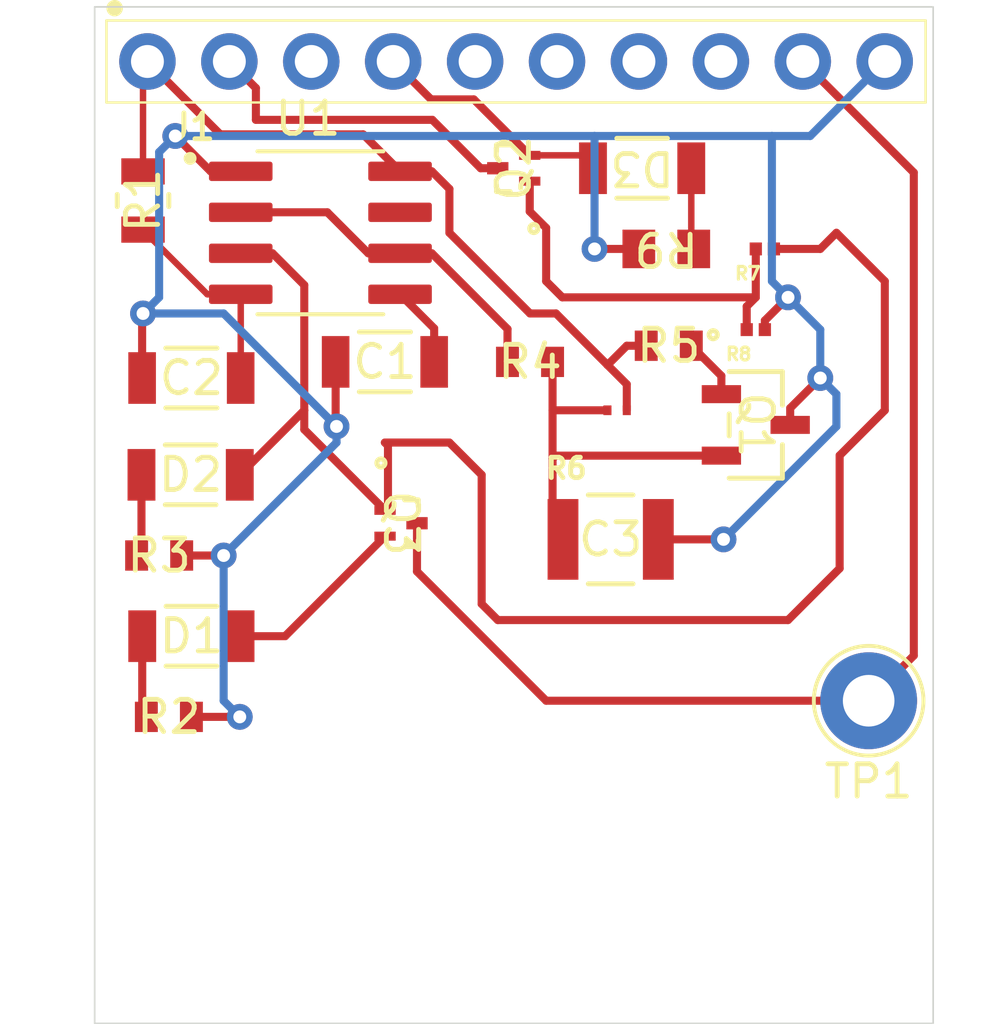
<source format=kicad_pcb>
(kicad_pcb (version 20240108) (generator "pcbnew") (generator_version "8.0")
  (layers (0 "F.Cu" signal) (31 "B.Cu" signal) (34 "B.Paste" user) (35 "F.Paste" user) (36 "B.SilkS" user "B.Silkscreen") (37 "F.SilkS" user "F.Silkscreen") (38 "B.Mask" user) (39 "F.Mask" user) (44 "Edge.Cuts" user))
  (net 0 "")
  (net 1 "Net-(Q1-C)")
  (net 2 "Net-(U1-CV)")
  (net 3 "Net-(U1-R)")
  (net 4 "Net-(D1-A)")
  (net 5 "Net-(D1-K)")
  (net 6 "Net-(D2-K)")
  (net 7 "Net-(D2-A)")
  (net 8 "Net-(D3-A)")
  (net 9 "Net-(D3-K)")
  (net 11 "Net-(Q2-D)")
  (net 14 "Net-(J1-Pad9)")
  (net 15 "Net-(U1-VCC)")
  (net 18 "Net-(Q1-E)")
  (net 19 "Net-(Q1-B)")
  (net 20 "Net-(Q2-G)")
  (net 21 "Net-(U1-THR)")
  (footprint "Yellow RTDS LED:LED_AP3216SYD_KNB" (layer "F.Cu") (at 78.476 34.5 180)
    (property "Reference" "D3" (at 0 0 180) (layer "F.SilkS"))
    (property "Value" "LED (Test)")
    (fp_line (start 0.78465 -0.9271) (end -0.78465 -0.9271) (stroke (width 0.1524)) (layer "F.SilkS"))
    (fp_line (start -0.78465 0.9271) (end 0.78465 0.9271) (stroke (width 0.1524)) (layer "F.SilkS"))
    (pad "1" smd rect (at -1.524 0 180) (size 0.8636 1.6002) (layers "F.Cu" "F.Paste" "F.Mask") (net 9 "Net-(D3-K)"))
    (pad "2" smd rect (at 1.524 0 180) (size 0.8636 1.6002) (layers "F.Cu" "F.Paste" "F.Mask") (net 8 "Net-(D3-A)"))
  )
  (footprint "Yellow RTDS LED:LED_AP3216SYD_KNB" (layer "F.Cu") (at 64.5 49)
    (property "Reference" "D1" (at 0 0 0) (layer "F.SilkS"))
    (property "Value" "it works")
    (fp_line (start -0.78465 0.9271) (end 0.78465 0.9271) (stroke (width 0.1524)) (layer "F.SilkS"))
    (fp_line (start 0.78465 -0.9271) (end -0.78465 -0.9271) (stroke (width 0.1524)) (layer "F.SilkS"))
    (pad "1" smd rect (at -1.524 0) (size 0.8636 1.6002) (layers "F.Cu" "F.Paste" "F.Mask") (net 5 "Net-(D1-K)"))
    (pad "2" smd rect (at 1.524 0) (size 0.8636 1.6002) (layers "F.Cu" "F.Paste" "F.Mask") (net 4 "Net-(D1-A)"))
  )
  (footprint "P-MOSFET:VESM_TOS" (layer "F.Cu") (at 71 45.5 -90)
    (property "Reference" "Q3" (at 0 0 -90) (layer "F.SilkS"))
    (property "Value" "SSM3J56MFV_L3F")
    (fp_line (start 0.7239 -0.112037) (end 0.7239 -0.5334) (stroke (width 0.1524)) (layer "F.SilkS"))
    (fp_line (start -0.7239 -0.5334) (end -0.7239 -0.112037) (stroke (width 0.1524)) (layer "F.SilkS"))
    (fp_line (start -0.52324 -0.5334) (end -0.7239 -0.5334) (stroke (width 0.1524)) (layer "F.SilkS"))
    (fp_line (start 0.7239 -0.5334) (end 0.52324 -0.5334) (stroke (width 0.1524)) (layer "F.SilkS"))
    (fp_circle (center -1.8669 0.6223) (end -1.7399 0.6223) (stroke (width 0.1524)) (fill none) (layer "F.SilkS"))
    (pad "1" smd rect (at -0.40005 0.4953 270) (size 0.2794 0.6604) (layers "F.Cu" "F.Paste" "F.Mask") (net 7 "Net-(D2-A)"))
    (pad "2" smd rect (at 0.40005 0.4953 270) (size 0.2794 0.6604) (layers "F.Cu" "F.Paste" "F.Mask") (net 4 "Net-(D1-A)"))
    (pad "3" smd rect (at 0 -0.4953 270) (size 0.381 0.6604) (layers "F.Cu" "F.Paste" "F.Mask") (net 14 "Net-(J1-Pad9)"))
  )
  (footprint "1k Resistor:STA_RMCF0603_STP" (layer "F.Cu") (at 75 40.5)
    (property "Reference" "R4" (at 0 0 0) (layer "F.SilkS"))
    (property "Value" "1k")
    (pad "1" smd rect (at -0.6985 0) (size 0.7112 0.9398) (layers "F.Cu" "F.Paste" "F.Mask") (net 21 "Net-(U1-THR)"))
    (pad "2" smd rect (at 0.6985 0) (size 0.7112 0.9398) (layers "F.Cu" "F.Paste" "F.Mask") (net 18 "Net-(Q1-E)"))
  )
  (footprint "57.6 RTDS Resistor:RES_ERJ1GNF5762C" (layer "F.Cu") (at 77.7 42 180)
    (property "Reference" "R6" (at 1.575 -1.8 0) (layer "F.SilkS") (effects (font (size 0.629921 0.629921))))
    (property "Value" "57.6k")
    (pad "1" smd rect (at -0.3 0 180) (size 0.25 0.3) (layers "F.Cu" "F.Paste" "F.Mask") (net 15 "Net-(U1-VCC)"))
    (pad "2" smd rect (at 0.3 0 180) (size 0.25 0.3) (layers "F.Cu" "F.Paste" "F.Mask") (net 18 "Net-(Q1-E)"))
  )
  (footprint "TestPoint:TestPoint_Loop_D2.60mm_Drill1.6mm_Beaded" (layer "F.Cu") (at 85.5 51)
    (property "Reference" "TP1" (at 0 2.5 0) (layer "F.SilkS"))
    (property "Value" "TestPoint")
    (fp_circle (center 0 0) (end 1.7 0) (stroke (width 0.12)) (fill none) (layer "F.SilkS"))
    (pad "1" thru_hole circle (at 0 0) (size 3 3) (drill 1.6) (layers "*.Cu" "*.Mask") (net 14 "Net-(J1-Pad9)"))
  )
  (footprint "Transistor:SOT-23_MCC" (layer "F.Cu") (at 82 42.4525 -90)
    (property "Reference" "Q1" (at 0 0 -90) (layer "F.SilkS"))
    (property "Value" "SS8550")
    (fp_line (start -0.34036 0.8255) (end 0.34036 0.8255) (stroke (width 0.1524)) (layer "F.SilkS"))
    (fp_line (start 1.651 0.8255) (end 1.651 -0.8255) (stroke (width 0.1524)) (layer "F.SilkS"))
    (fp_line (start -1.651 -0.8255) (end -1.651 0.8255) (stroke (width 0.1524)) (layer "F.SilkS"))
    (fp_line (start -0.61214 -0.8255) (end -1.651 -0.8255) (stroke (width 0.1524)) (layer "F.SilkS"))
    (fp_line (start 1.651 -0.8255) (end 0.61214 -0.8255) (stroke (width 0.1524)) (layer "F.SilkS"))
    (fp_circle (center -2.794 1.3208) (end -2.667 1.3208) (stroke (width 0.1524)) (fill none) (layer "F.SilkS"))
    (pad "1" smd rect (at -0.9525 1.0668 270) (size 0.5588 1.2192) (layers "F.Cu" "F.Paste" "F.Mask") (net 19 "Net-(Q1-B)"))
    (pad "2" smd rect (at 0.9525 1.0668 270) (size 0.5588 1.2192) (layers "F.Cu" "F.Paste" "F.Mask") (net 18 "Net-(Q1-E)"))
    (pad "3" smd rect (at 0 -1.0668 270) (size 0.5588 1.2192) (layers "F.Cu" "F.Paste" "F.Mask") (net 1 "Net-(Q1-C)"))
  )
  (footprint "1k Resistor:STA_RMCF0603_STP" (layer "F.Cu") (at 63.5 46.5)
    (property "Reference" "R3" (at 0 0 0) (layer "F.SilkS"))
    (property "Value" "1k")
    (pad "1" smd rect (at -0.6985 0) (size 0.7112 0.9398) (layers "F.Cu" "F.Paste" "F.Mask") (net 6 "Net-(D2-K)"))
    (pad "2" smd rect (at 0.6985 0) (size 0.7112 0.9398) (layers "F.Cu" "F.Paste" "F.Mask") (net 1 "Net-(Q1-C)"))
  )
  (footprint "Capacitor 47u:CAP_CL32_SAM" (layer "F.Cu") (at 77.5 46)
    (property "Reference" "C3" (at 0 0 0) (layer "F.SilkS"))
    (property "Value" "47u")
    (fp_line (start -0.692451 1.377) (end 0.692451 1.377) (stroke (width 0.1524)) (layer "F.SilkS"))
    (fp_line (start 0.692451 -1.377) (end -0.692451 -1.377) (stroke (width 0.1524)) (layer "F.SilkS"))
    (pad "1" smd rect (at -1.477801 0) (size 0.9556 2.5) (layers "F.Cu" "F.Paste" "F.Mask") (net 18 "Net-(Q1-E)"))
    (pad "2" smd rect (at 1.477801 0) (size 0.9556 2.5) (layers "F.Cu" "F.Paste" "F.Mask") (net 1 "Net-(Q1-C)"))
  )
  (footprint "Yellow RTDS LED:LED_AP3216SYD_KNB" (layer "F.Cu") (at 64.476 44)
    (property "Reference" "D2" (at 0 0 0) (layer "F.SilkS"))
    (property "Value" "3 second timer")
    (fp_line (start -0.78465 0.9271) (end 0.78465 0.9271) (stroke (width 0.1524)) (layer "F.SilkS"))
    (fp_line (start 0.78465 -0.9271) (end -0.78465 -0.9271) (stroke (width 0.1524)) (layer "F.SilkS"))
    (pad "1" smd rect (at -1.524 0) (size 0.8636 1.6002) (layers "F.Cu" "F.Paste" "F.Mask") (net 6 "Net-(D2-K)"))
    (pad "2" smd rect (at 1.524 0) (size 0.8636 1.6002) (layers "F.Cu" "F.Paste" "F.Mask") (net 7 "Net-(D2-A)"))
  )
  (footprint "P-MOSFET:VESM_TOS" (layer "F.Cu") (at 74.4953 34.5 90)
    (property "Reference" "Q2" (at 0 0 90) (layer "F.SilkS"))
    (property "Value" "AON6411")
    (fp_line (start 0.7239 -0.5334) (end 0.52324 -0.5334) (stroke (width 0.1524)) (layer "F.SilkS"))
    (fp_line (start -0.52324 -0.5334) (end -0.7239 -0.5334) (stroke (width 0.1524)) (layer "F.SilkS"))
    (fp_line (start -0.7239 -0.5334) (end -0.7239 -0.112037) (stroke (width 0.1524)) (layer "F.SilkS"))
    (fp_line (start 0.7239 -0.112037) (end 0.7239 -0.5334) (stroke (width 0.1524)) (layer "F.SilkS"))
    (fp_circle (center -1.8669 0.6223) (end -1.7399 0.6223) (stroke (width 0.1524)) (fill none) (layer "F.SilkS"))
    (pad "1" smd rect (at -0.40005 0.4953 90) (size 0.2794 0.6604) (layers "F.Cu" "F.Paste" "F.Mask") (net 20 "Net-(Q2-G)"))
    (pad "2" smd rect (at 0.40005 0.4953 90) (size 0.2794 0.6604) (layers "F.Cu" "F.Paste" "F.Mask") (net 8 "Net-(D3-A)"))
    (pad "3" smd rect (at 0 -0.4953 90) (size 0.381 0.6604) (layers "F.Cu" "F.Paste" "F.Mask") (net 11 "Net-(Q2-D)"))
  )
  (footprint "150 Ohm resistor:RC0805N_YAG" (layer "F.Cu") (at 79.225 37 180)
    (property "Reference" "R9" (at 0 0 180) (layer "F.SilkS"))
    (property "Value" "150R")
    (pad "1" smd rect (at -0.8509 0 180) (size 1.016 1.1938) (layers "F.Cu" "F.Paste" "F.Mask") (net 9 "Net-(D3-K)"))
    (pad "2" smd rect (at 0.8509 0 180) (size 1.016 1.1938) (layers "F.Cu" "F.Paste" "F.Mask") (net 1 "Net-(Q1-C)"))
  )
  (footprint "10K RTDS Resistor:RESC0603X26N" (layer "F.Cu") (at 82 39.5 180)
    (property "Reference" "R8" (at 0.53 -0.76 0) (layer "F.SilkS") (effects (font (size 0.393701 0.393701))))
    (property "Value" "10k")
    (pad "1" smd rect (at -0.281 0 180) (size 0.38 0.4) (layers "F.Cu" "F.Paste" "F.Mask") (net 1 "Net-(Q1-C)"))
    (pad "2" smd rect (at 0.281 0 180) (size 0.38 0.4) (layers "F.Cu" "F.Paste" "F.Mask") (net 20 "Net-(Q2-G)"))
  )
  (footprint "Capacitor 0.1u:CAP_CL31_SAM" (layer "F.Cu") (at 70.5 40.5)
    (property "Reference" "C1" (at 0 0 0) (layer "F.SilkS"))
    (property "Value" "0.1u")
    (fp_line (start -0.792451 0.927) (end 0.792451 0.927) (stroke (width 0.1524)) (layer "F.SilkS"))
    (fp_line (start 0.792451 -0.927) (end -0.792451 -0.927) (stroke (width 0.1524)) (layer "F.SilkS"))
    (pad "1" smd rect (at -1.527801 0) (size 0.8556 1.6) (layers "F.Cu" "F.Paste" "F.Mask") (net 1 "Net-(Q1-C)"))
    (pad "2" smd rect (at 1.527801 0) (size 0.8556 1.6) (layers "F.Cu" "F.Paste" "F.Mask") (net 2 "Net-(U1-CV)"))
  )
  (footprint "Capacitor 0.1u:CAP_CL31_SAM" (layer "F.Cu") (at 64.5 41)
    (property "Reference" "C2" (at 0 0 0) (layer "F.SilkS"))
    (property "Value" "0.1u")
    (fp_line (start -0.792451 0.927) (end 0.792451 0.927) (stroke (width 0.1524)) (layer "F.SilkS"))
    (fp_line (start 0.792451 -0.927) (end -0.792451 -0.927) (stroke (width 0.1524)) (layer "F.SilkS"))
    (pad "1" smd rect (at -1.527801 0) (size 0.8556 1.6) (layers "F.Cu" "F.Paste" "F.Mask") (net 1 "Net-(Q1-C)"))
    (pad "2" smd rect (at 1.527801 0) (size 0.8556 1.6) (layers "F.Cu" "F.Paste" "F.Mask") (net 3 "Net-(U1-R)"))
  )
  (footprint "1k Resistor:STA_RMCF0603_STP" (layer "F.Cu") (at 79.3015 40)
    (property "Reference" "R5" (at 0 0 0) (layer "F.SilkS"))
    (property "Value" "1k")
    (pad "1" smd rect (at -0.6985 0) (size 0.7112 0.9398) (layers "F.Cu" "F.Paste" "F.Mask") (net 15 "Net-(U1-VCC)"))
    (pad "2" smd rect (at 0.6985 0) (size 0.7112 0.9398) (layers "F.Cu" "F.Paste" "F.Mask") (net 19 "Net-(Q1-B)"))
  )
  (footprint "10K RTDS Resistor:RESC0603X26N" (layer "F.Cu") (at 82.281 37 180)
    (property "Reference" "R7" (at 0.53 -0.76 0) (layer "F.SilkS") (effects (font (size 0.393701 0.393701))))
    (property "Value" "10k")
    (pad "1" smd rect (at -0.281 0 180) (size 0.38 0.4) (layers "F.Cu" "F.Paste" "F.Mask") (net 7 "Net-(D2-A)"))
    (pad "2" smd rect (at 0.281 0 180) (size 0.38 0.4) (layers "F.Cu" "F.Paste" "F.Mask") (net 20 "Net-(Q2-G)"))
  )
  (footprint "1k Resistor:STA_RMCF0603_STP" (layer "F.Cu") (at 63.8015 51.5)
    (property "Reference" "R2" (at 0 0 0) (layer "F.SilkS"))
    (property "Value" "1k")
    (pad "1" smd rect (at -0.6985 0) (size 0.7112 0.9398) (layers "F.Cu" "F.Paste" "F.Mask") (net 5 "Net-(D1-K)"))
    (pad "2" smd rect (at 0.6985 0) (size 0.7112 0.9398) (layers "F.Cu" "F.Paste" "F.Mask") (net 1 "Net-(Q1-C)"))
  )
  (footprint "555 Timer:SOIC127P599X175-8N" (layer "F.Cu") (at 68.5 36.5)
    (property "Reference" "U1" (at -0.385 -3.537 0) (layer "F.SilkS"))
    (property "Value" "NE555D")
    (fp_line (start -1.95 -2.525) (end 1.95 -2.525) (stroke (width 0.127)) (layer "F.SilkS"))
    (fp_line (start -1.95 2.525) (end 1.95 2.525) (stroke (width 0.127)) (layer "F.SilkS"))
    (fp_circle (center -4.04 -2.305) (end -3.94 -2.305) (stroke (width 0.2)) (fill none) (layer "F.SilkS"))
    (pad "1" smd roundrect (at -2.47 -1.905) (size 1.97 0.6) (layers "F.Cu" "F.Paste" "F.Mask") (roundrect_rratio 0.125) (net 1 "Net-(Q1-C)"))
    (pad "2" smd roundrect (at -2.47 -0.635) (size 1.97 0.6) (layers "F.Cu" "F.Paste" "F.Mask") (roundrect_rratio 0.125) (net 21 "Net-(U1-THR)"))
    (pad "3" smd roundrect (at -2.47 0.635) (size 1.97 0.6) (layers "F.Cu" "F.Paste" "F.Mask") (roundrect_rratio 0.125) (net 7 "Net-(D2-A)"))
    (pad "4" smd roundrect (at -2.47 1.905) (size 1.97 0.6) (layers "F.Cu" "F.Paste" "F.Mask") (roundrect_rratio 0.125) (net 3 "Net-(U1-R)"))
    (pad "5" smd roundrect (at 2.47 1.905) (size 1.97 0.6) (layers "F.Cu" "F.Paste" "F.Mask") (roundrect_rratio 0.125) (net 2 "Net-(U1-CV)"))
    (pad "6" smd roundrect (at 2.47 0.635) (size 1.97 0.6) (layers "F.Cu" "F.Paste" "F.Mask") (roundrect_rratio 0.125) (net 21 "Net-(U1-THR)"))
    (pad "7" smd roundrect (at 2.47 -0.635) (size 1.97 0.6) (layers "F.Cu" "F.Paste" "F.Mask") (roundrect_rratio 0.125))
    (pad "8" smd roundrect (at 2.47 -1.905) (size 1.97 0.6) (layers "F.Cu" "F.Paste" "F.Mask") (roundrect_rratio 0.125) (net 15 "Net-(U1-VCC)"))
  )
  (footprint "22k resistor:STA_RMCF0805_STP" (layer "F.Cu") (at 63 35.5 90)
    (property "Reference" "R1" (at 0 0 90) (layer "F.SilkS"))
    (property "Value" "22k")
    (fp_line (start 0.18775 -0.8001) (end -0.18775 -0.8001) (stroke (width 0.1524)) (layer "F.SilkS"))
    (fp_line (start -0.18775 0.8001) (end 0.18775 0.8001) (stroke (width 0.1524)) (layer "F.SilkS"))
    (pad "1" smd rect (at -0.9017 0 90) (size 0.8128 1.3462) (layers "F.Cu" "F.Paste" "F.Mask") (net 3 "Net-(U1-R)"))
    (pad "2" smd rect (at 0.9017 0 90) (size 0.8128 1.3462) (layers "F.Cu" "F.Paste" "F.Mask") (net 15 "Net-(U1-VCC)"))
  )
  (footprint "10 pin output:1X10-2.54MM-THT" (layer "F.Cu") (at 63.137 31.1916)
    (property "Reference" "J1" (at 1.397 2.032 0) (layer "F.SilkS") (effects (font (size 0.8 0.8))))
    (property "Value" "PH1-10-UA")
    (fp_line (start -1.27 -1.27) (end -1.27 1.27) (stroke (width 0.0762)) (layer "F.SilkS"))
    (fp_line (start -1.27 -1.27) (end 24.13 -1.27) (stroke (width 0.0762)) (layer "F.SilkS"))
    (fp_line (start 24.13 -1.27) (end 24.13 1.27) (stroke (width 0.0762)) (layer "F.SilkS"))
    (fp_line (start 24.13 1.27) (end -1.27 1.27) (stroke (width 0.0762)) (layer "F.SilkS"))
    (fp_circle (center -1.016 -1.651) (end -0.762 -1.651) (fill solid) (layer "F.SilkS"))
    (pad "1" thru_hole circle (at 0 0) (size 1.75 1.75) (drill 1.02) (layers "*.Cu" "*.Mask") (net 15 "Net-(U1-VCC)"))
    (pad "2" thru_hole circle (at 2.54 0) (size 1.75 1.75) (drill 1.02) (layers "*.Cu" "*.Mask") (net 11 "Net-(Q2-D)"))
    (pad "3" thru_hole circle (at 5.08 0) (size 1.75 1.75) (drill 1.02) (layers "*.Cu" "*.Mask"))
    (pad "4" thru_hole circle (at 7.62 0) (size 1.75 1.75) (drill 1.02) (layers "*.Cu" "*.Mask") (net 8 "Net-(D3-A)"))
    (pad "5" thru_hole circle (at 10.16 0) (size 1.75 1.75) (drill 1.02) (layers "*.Cu" "*.Mask"))
    (pad "6" thru_hole circle (at 12.7 0) (size 1.75 1.75) (drill 1.02) (layers "*.Cu" "*.Mask"))
    (pad "7" thru_hole circle (at 15.24 0) (size 1.75 1.75) (drill 1.02) (layers "*.Cu" "*.Mask"))
    (pad "8" thru_hole circle (at 17.78 0) (size 1.75 1.75) (drill 1.02) (layers "*.Cu" "*.Mask"))
    (pad "9" thru_hole circle (at 20.32 0) (size 1.75 1.75) (drill 1.02) (layers "*.Cu" "*.Mask") (net 14 "Net-(J1-Pad9)"))
    (pad "10" thru_hole circle (at 22.86 0) (size 1.75 1.75) (drill 1.02) (layers "*.Cu" "*.Mask") (net 1 "Net-(Q1-C)"))
  )
  (gr_rect (start 61.5 29.5) (end 87.5 61) (stroke (width 0.05)) (fill none) (layer "Edge.Cuts"))
  (segment (start 78.5 37) (end 77 37) (width 0.25) (layer "F.Cu") (net 1))
  (segment (start 66.03 34.595) (end 65.095 34.595) (width 0.25) (layer "F.Cu") (net 1))
  (segment (start 68.972199 42.472199) (end 69 42.5) (width 0.25) (layer "F.Cu") (net 1))
  (segment (start 83.0668 41.9332) (end 84 41) (width 0.25) (layer "F.Cu") (net 1))
  (segment (start 68.972199 40.5) (end 68.972199 42.472199) (width 0.25) (layer "F.Cu") (net 1))
  (segment (start 82.281 39.219) (end 83 38.5) (width 0.25) (layer "F.Cu") (net 1))
  (segment (start 83.0668 42.4525) (end 83.0668 41.9332) (width 0.25) (layer "F.Cu") (net 1))
  (segment (start 78.977801 46) (end 81 46) (width 0.25) (layer "F.Cu") (net 1))
  (segment (start 64.5 51.5) (end 66 51.5) (width 0.25) (layer "F.Cu") (net 1))
  (segment (start 64.1985 46.5) (end 65.5 46.5) (width 0.25) (layer "F.Cu") (net 1))
  (segment (start 65.095 34.595) (end 64 33.5) (width 0.25) (layer "F.Cu") (net 1))
  (segment (start 62.972199 39.027801) (end 63 39) (width 0.25) (layer "F.Cu") (net 1))
  (segment (start 82.281 39.5) (end 82.281 39.219) (width 0.25) (layer "F.Cu") (net 1))
  (segment (start 62.972199 41) (end 62.972199 39.027801) (width 0.25) (layer "F.Cu") (net 1))
  (via (at 84 41) (size 0.8) (drill 0.4) (layers "F.Cu" "B.Cu") (net 1))
  (via (at 65.5 46.5) (size 0.8) (drill 0.4) (layers "F.Cu" "B.Cu") (net 1))
  (via (at 66 51.5) (size 0.8) (drill 0.4) (layers "F.Cu" "B.Cu") (net 1))
  (via (at 63 39) (size 0.8) (drill 0.4) (layers "F.Cu" "B.Cu") (net 1))
  (via (at 77 37) (size 0.8) (drill 0.4) (layers "F.Cu" "B.Cu") (net 1))
  (via (at 64 33.5) (size 0.8) (drill 0.4) (layers "F.Cu" "B.Cu") (net 1))
  (via (at 69 42.5) (size 0.8) (drill 0.4) (layers "F.Cu" "B.Cu") (net 1))
  (via (at 83 38.5) (size 0.8) (drill 0.4) (layers "F.Cu" "B.Cu") (net 1))
  (via (at 81 46) (size 0.8) (drill 0.4) (layers "F.Cu" "B.Cu") (net 1))
  (segment (start 65.5 46.5) (end 69 43) (width 0.25) (layer "B.Cu") (net 1))
  (segment (start 63.5 38.5) (end 63.5 34) (width 0.25) (layer "B.Cu") (net 1))
  (segment (start 63.5 34) (end 64 33.5) (width 0.25) (layer "B.Cu") (net 1))
  (segment (start 63 39) (end 65.5 39) (width 0.25) (layer "B.Cu") (net 1))
  (segment (start 64 33.5) (end 77 33.5) (width 0.25) (layer "B.Cu") (net 1))
  (segment (start 63 39) (end 63.5 38.5) (width 0.25) (layer "B.Cu") (net 1))
  (segment (start 77 33.5) (end 82.5 33.5) (width 0.25) (layer "B.Cu") (net 1))
  (segment (start 84.5 41.5) (end 84.5 42.5) (width 0.25) (layer "B.Cu") (net 1))
  (segment (start 82.5 33.5) (end 82.5 38) (width 0.25) (layer "B.Cu") (net 1))
  (segment (start 84.5 42.5) (end 81 46) (width 0.25) (layer "B.Cu") (net 1))
  (segment (start 69 43) (end 69 42.5) (width 0.25) (layer "B.Cu") (net 1))
  (segment (start 65.5 46.5) (end 65.5 51) (width 0.25) (layer "B.Cu") (net 1))
  (segment (start 82.5 38) (end 83 38.5) (width 0.25) (layer "B.Cu") (net 1))
  (segment (start 82.5 33.5) (end 83.6886 33.5) (width 0.25) (layer "B.Cu") (net 1))
  (segment (start 65.5 39) (end 69 42.5) (width 0.25) (layer "B.Cu") (net 1))
  (segment (start 84 39.5) (end 84 41) (width 0.25) (layer "B.Cu") (net 1))
  (segment (start 65.5 51) (end 66 51.5) (width 0.25) (layer "B.Cu") (net 1))
  (segment (start 83 38.5) (end 84 39.5) (width 0.25) (layer "B.Cu") (net 1))
  (segment (start 83.6886 33.5) (end 85.997 31.1916) (width 0.25) (layer "B.Cu") (net 1))
  (segment (start 84 41) (end 84.5 41.5) (width 0.25) (layer "B.Cu") (net 1))
  (segment (start 77 37) (end 77 33.5) (width 0.25) (layer "B.Cu") (net 1))
  (segment (start 70.97 38.405) (end 72.027801 39.462801) (width 0.25) (layer "F.Cu") (net 2))
  (segment (start 72.027801 39.462801) (end 72.027801 40.5) (width 0.25) (layer "F.Cu") (net 2))
  (segment (start 63 36.4125) (end 64.9925 38.405) (width 0.2) (layer "F.Cu") (net 3))
  (segment (start 64.9925 38.405) (end 66.03 38.405) (width 0.2) (layer "F.Cu") (net 3))
  (segment (start 66.03 38.405) (end 66.03 40.997801) (width 0.2) (layer "F.Cu") (net 3))
  (segment (start 66.03 40.997801) (end 66.027801 41) (width 0.2) (layer "F.Cu") (net 3))
  (segment (start 67.40475 49) (end 70.5047 45.90005) (width 0.25) (layer "F.Cu") (net 4))
  (segment (start 66.024 49) (end 67.40475 49) (width 0.25) (layer "F.Cu") (net 4))
  (segment (start 62.976 49) (end 62.976 51.373) (width 0.25) (layer "F.Cu") (net 5))
  (segment (start 62.976 51.373) (end 63.103 51.5) (width 0.25) (layer "F.Cu") (net 5))
  (segment (start 62.952 44) (end 62.952 46.3495) (width 0.25) (layer "F.Cu") (net 6))
  (segment (start 62.952 46.3495) (end 62.8015 46.5) (width 0.25) (layer "F.Cu") (net 6))
  (segment (start 68 42) (end 66 44) (width 0.25) (layer "F.Cu") (net 7))
  (segment (start 74 48.5) (end 83 48.5) (width 0.25) (layer "F.Cu") (net 7))
  (segment (start 84.5 36.5) (end 84 37) (width 0.25) (layer "F.Cu") (net 7))
  (segment (start 70.59515 43.09515) (end 70.5 43) (width 0.25) (layer "F.Cu") (net 7))
  (segment (start 73.5 44) (end 73.5 48) (width 0.25) (layer "F.Cu") (net 7))
  (segment (start 68 42) (end 68 42.59525) (width 0.25) (layer "F.Cu") (net 7))
  (segment (start 70.59515 45.0095) (end 70.59515 43.09515) (width 0.25) (layer "F.Cu") (net 7))
  (segment (start 70.5047 45.09995) (end 70.59515 45.0095) (width 0.25) (layer "F.Cu") (net 7))
  (segment (start 68 42.59525) (end 70.5047 45.09995) (width 0.25) (layer "F.Cu") (net 7))
  (segment (start 83 48.5) (end 84.6 46.9) (width 0.25) (layer "F.Cu") (net 7))
  (segment (start 73.5 48) (end 74 48.5) (width 0.25) (layer "F.Cu") (net 7))
  (segment (start 84.6 43.4) (end 86 42) (width 0.25) (layer "F.Cu") (net 7))
  (segment (start 67.014999 37.135) (end 68 38.120001) (width 0.25) (layer "F.Cu") (net 7))
  (segment (start 66.03 37.135) (end 67.014999 37.135) (width 0.25) (layer "F.Cu") (net 7))
  (segment (start 86 42) (end 86 38) (width 0.25) (layer "F.Cu") (net 7))
  (segment (start 72.5 43) (end 73.5 44) (width 0.25) (layer "F.Cu") (net 7))
  (segment (start 84 37) (end 82.562 37) (width 0.25) (layer "F.Cu") (net 7))
  (segment (start 68 38.120001) (end 68 42) (width 0.25) (layer "F.Cu") (net 7))
  (segment (start 86 38) (end 84.5 36.5) (width 0.25) (layer "F.Cu") (net 7))
  (segment (start 84.6 46.9) (end 84.6 43.4) (width 0.25) (layer "F.Cu") (net 7))
  (segment (start 70.5 43) (end 72.5 43) (width 0.25) (layer "F.Cu") (net 7))
  (segment (start 76.55195 34.09995) (end 76.952 34.5) (width 0.2) (layer "F.Cu") (net 8))
  (segment (start 74.9906 34.09995) (end 73.25725 32.3666) (width 0.25) (layer "F.Cu") (net 8))
  (segment (start 74.9906 34.09995) (end 76.55195 34.09995) (width 0.2) (layer "F.Cu") (net 8))
  (segment (start 73.25725 32.3666) (end 71.932 32.3666) (width 0.25) (layer "F.Cu") (net 8))
  (segment (start 71.932 32.3666) (end 70.757 31.1916) (width 0.25) (layer "F.Cu") (net 8))
  (segment (start 80 36.95) (end 79.95 37) (width 0.2) (layer "F.Cu") (net 9))
  (segment (start 80 34.5) (end 80 36.95) (width 0.2) (layer "F.Cu") (net 9))
  (segment (start 73.4698 34.5) (end 71.9698 33) (width 0.25) (layer "F.Cu") (net 11))
  (segment (start 66.5 33) (end 66.5 32.0146) (width 0.25) (layer "F.Cu") (net 11))
  (segment (start 74 34.5) (end 73.4698 34.5) (width 0.25) (layer "F.Cu") (net 11))
  (segment (start 66.5 32.0146) (end 65.677 31.1916) (width 0.25) (layer "F.Cu") (net 11))
  (segment (start 71.9698 33) (end 66.5 33) (width 0.25) (layer "F.Cu") (net 11))
  (segment (start 85.5 51) (end 75.5 51) (width 0.25) (layer "F.Cu") (net 14))
  (segment (start 71.4953 46.9953) (end 71.4953 45.5) (width 0.25) (layer "F.Cu") (net 14))
  (segment (start 83.457 31.1916) (end 86.9 34.6346) (width 0.25) (layer "F.Cu") (net 14))
  (segment (start 86.9 34.6346) (end 86.9 49.6) (width 0.25) (layer "F.Cu") (net 14))
  (segment (start 86.9 49.6) (end 85.5 51) (width 0.25) (layer "F.Cu") (net 14))
  (segment (start 75.5 51) (end 71.4953 46.9953) (width 0.25) (layer "F.Cu") (net 14))
  (segment (start 78 42) (end 78 41.194399) (width 0.25) (layer "F.Cu") (net 15))
  (segment (start 75 39) (end 72.5 36.5) (width 0.25) (layer "F.Cu") (net 15))
  (segment (start 78 41.194399) (end 77.4028 40.5972) (width 0.25) (layer "F.Cu") (net 15))
  (segment (start 77.4028 40.5972) (end 75.805601 39) (width 0.25) (layer "F.Cu") (net 15))
  (segment (start 78 40) (end 77.4028 40.5972) (width 0.25) (layer "F.Cu") (net 15))
  (segment (start 72.5 36.5) (end 72.5 35.140001) (width 0.25) (layer "F.Cu") (net 15))
  (segment (start 70.97 34.595) (end 69.825 33.45) (width 0.25) (layer "F.Cu") (net 15))
  (segment (start 72.5 35.140001) (end 71.954999 34.595) (width 0.25) (layer "F.Cu") (net 15))
  (segment (start 65.3954 33.45) (end 63.137 31.1916) (width 0.25) (layer "F.Cu") (net 15))
  (segment (start 63 34.5875) (end 63 31.3286) (width 0.2) (layer "F.Cu") (net 15))
  (segment (start 75.805601 39) (end 75 39) (width 0.25) (layer "F.Cu") (net 15))
  (segment (start 71.954999 34.595) (end 70.97 34.595) (width 0.25) (layer "F.Cu") (net 15))
  (segment (start 78.603 40) (end 78 40) (width 0.25) (layer "F.Cu") (net 15))
  (segment (start 63 31.3286) (end 63.137 31.1916) (width 0.2) (layer "F.Cu") (net 15))
  (segment (start 69.825 33.45) (end 65.3954 33.45) (width 0.25) (layer "F.Cu") (net 15))
  (segment (start 80.9332 43.405) (end 75.7935 43.405) (width 0.25) (layer "F.Cu") (net 18))
  (segment (start 75.6985 42) (end 77.4 42) (width 0.25) (layer "F.Cu") (net 18))
  (segment (start 75.6985 40.5) (end 75.6985 43.5) (width 0.25) (layer "F.Cu") (net 18))
  (segment (start 75.6985 43.5) (end 75.6985 45.676301) (width 0.25) (layer "F.Cu") (net 18))
  (segment (start 75.6985 45.676301) (end 76.022199 46) (width 0.25) (layer "F.Cu") (net 18))
  (segment (start 75.7935 43.405) (end 75.6985 43.5) (width 0.25) (layer "F.Cu") (net 18))
  (segment (start 80.9332 41.5) (end 80.9332 40.9332) (width 0.25) (layer "F.Cu") (net 19))
  (segment (start 80.9332 40.9332) (end 80 40) (width 0.25) (layer "F.Cu") (net 19))
  (segment (start 75.5 36.348529) (end 75.5 38) (width 0.25) (layer "F.Cu") (net 20))
  (segment (start 76 38.5) (end 82 38.5) (width 0.25) (layer "F.Cu") (net 20))
  (segment (start 82 38.5) (end 82 37) (width 0.25) (layer "F.Cu") (net 20))
  (segment (start 74.9906 34.90005) (end 74.9906 35.839129) (width 0.25) (layer "F.Cu") (net 20))
  (segment (start 81.719 38.781) (end 81.719 39.5) (width 0.25) (layer "F.Cu") (net 20))
  (segment (start 82 38.5) (end 81.719 38.781) (width 0.25) (layer "F.Cu") (net 20))
  (segment (start 74.9906 35.839129) (end 75.5 36.348529) (width 0.25) (layer "F.Cu") (net 20))
  (segment (start 75.5 38) (end 76 38.5) (width 0.25) (layer "F.Cu") (net 20))
  (segment (start 70.97 37.135) (end 69.985001 37.135) (width 0.25) (layer "F.Cu") (net 21))
  (segment (start 74.3015 39.481501) (end 74.3015 40.5) (width 0.25) (layer "F.Cu") (net 21))
  (segment (start 70.97 37.135) (end 71.954999 37.135) (width 0.25) (layer "F.Cu") (net 21))
  (segment (start 69.985001 37.135) (end 68.715001 35.865) (width 0.25) (layer "F.Cu") (net 21))
  (segment (start 71.954999 37.135) (end 74.3015 39.481501) (width 0.25) (layer "F.Cu") (net 21))
  (segment (start 68.715001 35.865) (end 66.03 35.865) (width 0.25) (layer "F.Cu") (net 21))
)
</source>
